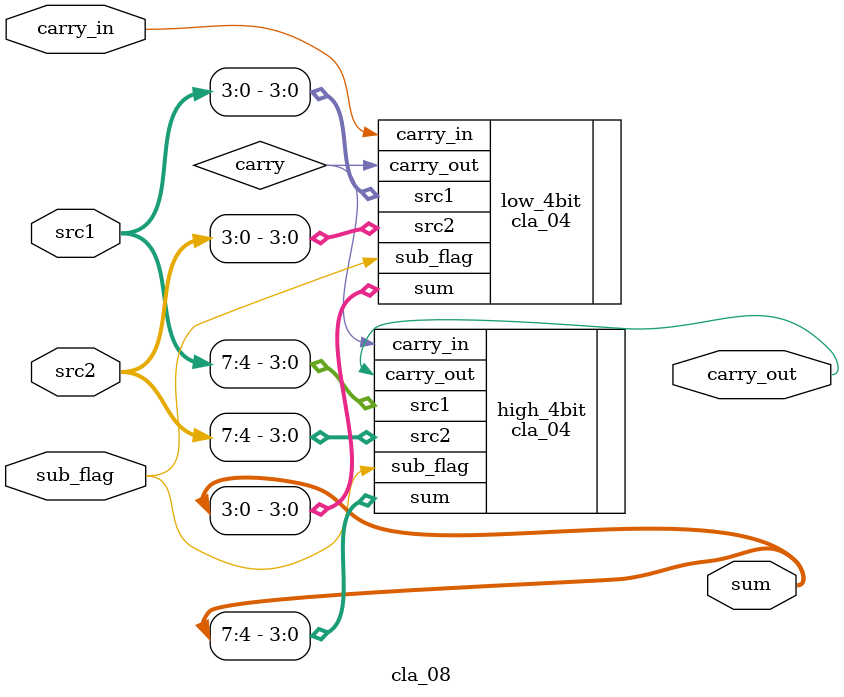
<source format=v>
module cla_08(
    input [7:0] src1,
    input [7:0] src2,
    input carry_in,
    input sub_flag,
    output [7:0] sum,
    output carry_out
);

    wire carry;

    cla_04 low_4bit(
        .src1       (src1[3:0]),
        .src2       (src2[3:0]),
        .carry_in   (carry_in),
        .sub_flag   (sub_flag),
        .sum        (sum[3:0]),
        .carry_out  (carry)
    );

    cla_04 high_4bit(
        .src1       (src1[7:4]),
        .src2       (src2[7:4]),
        .carry_in   (carry),
        .sub_flag   (sub_flag),
        .sum        (sum[7:4]),
        .carry_out  (carry_out)
    );
endmodule
</source>
